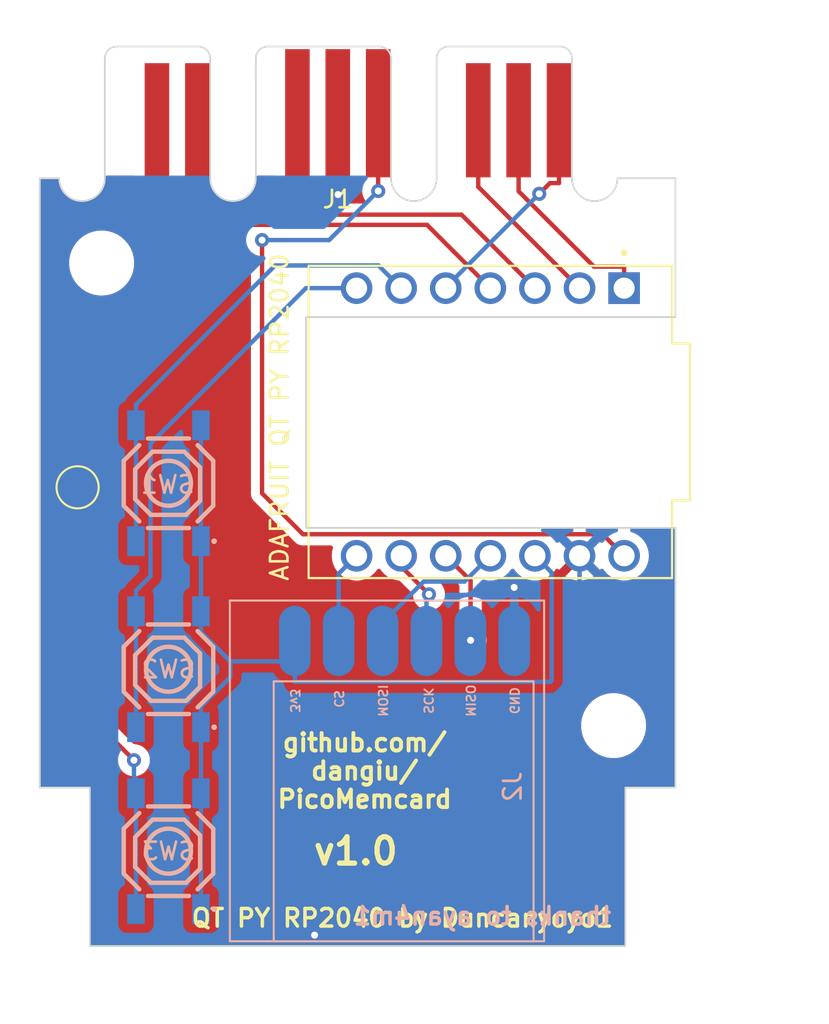
<source format=kicad_pcb>
(kicad_pcb (version 20221018) (generator pcbnew)
  (title_block (title "RP2040-Zero PicoMemcard PCB") (date "2022-09-13") (rev "1.3.1") (company "DanGiu") (comment 1 "Improved MicroSD module mount (long soldering pads)") (comment 2 "Aligned MicroSD silkscreen"))
  (layers (0 "F.Cu" signal) (31 "B.Cu" signal) (34 "B.Paste" user) (35 "F.Paste" user) (36 "B.SilkS" user "B.Silkscreen") (37 "F.SilkS" user "F.Silkscreen") (38 "B.Mask" user) (39 "F.Mask" user) (44 "Edge.Cuts" user))
  (net 0 "")
  (net 1 "DAT")
  (net 2 "CMD")
  (net 4 "GND")
  (net 5 "SEL")
  (net 6 "CLK")
  (net 7 "ACK")
  (net 8 "GP26")
  (net 9 "GP27")
  (net 10 "GP28")
  (net 11 "MISO")
  (net 12 "+5V")
  (net 13 "CS")
  (net 14 "SCK")
  (net 15 "MOSI")
  (net 16 "+3V3")
  (footprint "MountingHole:MountingHole_3.2mm_M3" (layer "F.Cu") (at 163.53 102.07)
    (fp_text reference "H2" hide)
    (fp_text value "M3")
    (pad "" np_thru_hole circle (at 0 0) (size 3.2 3.2) (drill 3.2) (layers "*.Cu" "*.Mask"))
  )
  (footprint "TestPoint:TestPoint_Pad_D2.0mm" (layer "F.Cu") (at 133 88.5)
    (fp_text reference "TP1" hide)
    (fp_text value "GP23")
    (fp_circle (center 0 0) (end 0 1.2) (stroke (width 0.12)) (fill none) (layer "F.SilkS"))
    (pad "1" smd circle (at 0 0) (size 2 2) (layers "F.Cu" "F.Mask") (net 10 "GP28"))
  )
  (footprint "MountingHole:MountingHole_3.2mm_M3" (layer "F.Cu") (at 134.37 75.73)
    (fp_text reference "H1" hide)
    (fp_text value "M3")
    (pad "" np_thru_hole circle (at 0 0) (size 3.2 3.2) (drill 3.2) (layers "*.Cu" "*.Mask"))
  )
  (footprint "254:MemoryCardConnector" (layer "F.Cu") (at 147.82 67.2)
    (fp_text reference "J1" (at 0 4.9) (layer "F.SilkS"))
    (fp_text value "PSX Memory Card Interface")
    (pad "1" smd rect (at -10.3 0.4) (size 1.4 6.5) (layers "F.Cu" "F.Paste" "F.Mask") (net 1 "DAT"))
    (pad "2" smd rect (at -8 0.4) (size 1.4 6.5) (layers "F.Cu" "F.Paste" "F.Mask") (net 2 "CMD"))
    (pad "3" smd rect (at -2.3 0) (size 1.4 7.3) (layers "F.Cu" "F.Paste" "F.Mask"))
    (pad "4" smd rect (at 0 0) (size 1.4 7.3) (layers "F.Cu" "F.Paste" "F.Mask") (net 4 "GND"))
    (pad "5" smd rect (at 2.3 0) (size 1.4 7.3) (layers "F.Cu" "F.Paste" "F.Mask") (net 12 "+5V"))
    (pad "6" smd rect (at 8 0.4) (size 1.4 6.5) (layers "F.Cu" "F.Paste" "F.Mask") (net 5 "SEL"))
    (pad "7" smd rect (at 10.3 0.4) (size 1.4 6.5) (layers "F.Cu" "F.Paste" "F.Mask") (net 6 "CLK"))
    (pad "8" smd rect (at 12.6 0.4) (size 1.4 6.5) (layers "F.Cu" "F.Paste" "F.Mask") (net 7 "ACK"))
  )
  (footprint "QTPY:MODULE_ADAFRUIT_QT_PY" (layer "F.Cu") (at 156.509 84.7792 -90)
    (fp_text reference "U2" hide)
    (fp_text value "ADAFRUIT QT PY RP2040" (at -0.2792 12.009 90) (layer "F.SilkS"))
    (fp_line (start -8.89 -10.3505) (end -8.89 10.3505) (stroke (width 0.127)) (layer "F.SilkS"))
    (fp_line (start -8.89 10.3505) (end 8.89 10.3505) (stroke (width 0.127)) (layer "F.SilkS"))
    (fp_line (start -4.47 -11.3665) (end 4.47 -11.3665) (stroke (width 0.127)) (layer "F.SilkS"))
    (fp_line (start -4.47 -10.3505) (end -8.89 -10.3505) (stroke (width 0.127)) (layer "F.SilkS"))
    (fp_line (start -4.47 -10.3505) (end -4.47 -11.3665) (stroke (width 0.127)) (layer "F.SilkS"))
    (fp_line (start 4.47 -11.3665) (end 4.47 -10.3505) (stroke (width 0.127)) (layer "F.SilkS"))
    (fp_line (start 8.89 -10.3505) (end 4.47 -10.3505) (stroke (width 0.127)) (layer "F.SilkS"))
    (fp_line (start 8.89 10.3505) (end 8.89 -10.3505) (stroke (width 0.127)) (layer "F.SilkS"))
    (fp_circle (center -9.64 -7.62) (end -9.54 -7.62) (stroke (width 0.2)) (fill none) (layer "F.SilkS"))
    (pad "1" thru_hole rect (at -7.62 -7.62 270) (size 1.8 1.8) (drill 1.2) (layers "*.Cu" "*.Mask") (net 6 "CLK"))
    (pad "2" thru_hole circle (at -7.62 -5.08 270) (size 1.8 1.8) (drill 1.2) (layers "*.Cu" "*.Mask") (net 5 "SEL"))
    (pad "3" thru_hole circle (at -7.62 -2.54 270) (size 1.8 1.8) (drill 1.2) (layers "*.Cu" "*.Mask") (net 2 "CMD"))
    (pad "4" thru_hole circle (at -7.62 0 270) (size 1.8 1.8) (drill 1.2) (layers "*.Cu" "*.Mask") (net 1 "DAT"))
    (pad "5" thru_hole circle (at -7.62 2.54 270) (size 1.8 1.8) (drill 1.2) (layers "*.Cu" "*.Mask") (net 7 "ACK"))
    (pad "6" thru_hole circle (at -7.62 5.08 270) (size 1.8 1.8) (drill 1.2) (layers "*.Cu" "*.Mask") (net 8 "GP26"))
    (pad "7" thru_hole circle (at -7.62 7.62 270) (size 1.8 1.8) (drill 1.2) (layers "*.Cu" "*.Mask") (net 9 "GP27"))
    (pad "8" thru_hole circle (at 7.62 7.62 270) (size 1.8 1.8) (drill 1.2) (layers "*.Cu" "*.Mask") (net 13 "CS"))
    (pad "9" thru_hole circle (at 7.62 5.08 270) (size 1.8 1.8) (drill 1.2) (layers "*.Cu" "*.Mask") (net 14 "SCK"))
    (pad "10" thru_hole circle (at 7.62 2.54 270) (size 1.8 1.8) (drill 1.2) (layers "*.Cu" "*.Mask") (net 11 "MISO"))
    (pad "11" thru_hole circle (at 7.62 0 270) (size 1.8 1.8) (drill 1.2) (layers "*.Cu" "*.Mask") (net 15 "MOSI"))
    (pad "12" thru_hole circle (at 7.62 -2.54 270) (size 1.8 1.8) (drill 1.2) (layers "*.Cu" "*.Mask") (net 16 "+3V3"))
    (pad "13" thru_hole circle (at 7.62 -5.08 270) (size 1.8 1.8) (drill 1.2) (layers "*.Cu" "*.Mask") (net 4 "GND"))
    (pad "14" thru_hole circle (at 7.62 -7.62 270) (size 1.8 1.8) (drill 1.2) (layers "*.Cu" "*.Mask") (net 12 "+5V"))
  )
  (footprint "easyeda2kicad:SW-SMD_4P-L5.1-W5.1-P3.70-LS6.5-TL-2" (layer "B.Cu") (at 138.176 109.22 90)
    (fp_text reference "SW3" (at 0 0) (layer "B.SilkS") (effects (justify mirror)))
    (fp_text value "TS-1187A-B-A-B" hide)
    (fp_line (start -2.55 1.17) (end -2.55 -1.17) (stroke (width 0.25)) (layer "B.SilkS"))
    (fp_line (start -2.17 -1.66) (end -1.28 -2.55) (stroke (width 0.25)) (layer "B.SilkS"))
    (fp_line (start -1.8 -1) (end -1.8 1) (stroke (width 0.25)) (layer "B.SilkS"))
    (fp_line (start -1.8 1) (end -1 1.8) (stroke (width 0.25)) (layer "B.SilkS"))
    (fp_line (start -1.28 -2.55) (end 1.28 -2.55) (stroke (width 0.25)) (layer "B.SilkS"))
    (fp_line (start -1.28 2.55) (end -2.17 1.66) (stroke (width 0.25)) (layer "B.SilkS"))
    (fp_line (start -1.28 2.55) (end 1.28 2.55) (stroke (width 0.25)) (layer "B.SilkS"))
    (fp_line (start -1 1.8) (end 0.9 1.8) (stroke (width 0.25)) (layer "B.SilkS"))
    (fp_line (start -0.9 -1.9) (end -1.8 -1) (stroke (width 0.25)) (layer "B.SilkS"))
    (fp_line (start 0.8 -1.9) (end -0.9 -1.9) (stroke (width 0.25)) (layer "B.SilkS"))
    (fp_line (start 0.9 1.8) (end 1.8 0.9) (stroke (width 0.25)) (layer "B.SilkS"))
    (fp_line (start 1.28 2.55) (end 2.17 1.66) (stroke (width 0.25)) (layer "B.SilkS"))
    (fp_line (start 1.8 -0.9) (end 0.8 -1.9) (stroke (width 0.25)) (layer "B.SilkS"))
    (fp_line (start 1.8 0.9) (end 1.8 -0.9) (stroke (width 0.25)) (layer "B.SilkS"))
    (fp_line (start 2.17 -1.66) (end 1.28 -2.55) (stroke (width 0.25)) (layer "B.SilkS"))
    (fp_line (start 2.55 1.17) (end 2.55 -1.17) (stroke (width 0.25)) (layer "B.SilkS"))
    (fp_circle (center -3.3 2.6) (end -3.2 2.6) (stroke (width 0.12)) (fill solid) (layer "B.SilkS"))
    (fp_circle (center 0 0) (end 1.28 0) (stroke (width 0.25)) (fill none) (layer "B.SilkS"))
    (pad "1" smd rect (at -3.3 1.85 90) (size 1.7 1) (layers "B.Cu" "B.Paste" "B.Mask") (net 16 "+3V3"))
    (pad "2" smd rect (at 3.3 1.85 90) (size 1.7 1) (layers "B.Cu" "B.Paste" "B.Mask") (net 16 "+3V3"))
    (pad "3" smd rect (at -3.3 -1.85 90) (size 1.7 1) (layers "B.Cu" "B.Paste" "B.Mask") (net 10 "GP28"))
    (pad "4" smd rect (at 3.3 -1.85 90) (size 1.7 1) (layers "B.Cu" "B.Paste" "B.Mask") (net 10 "GP28"))
  )
  (footprint "easyeda2kicad:SW-SMD_4P-L5.1-W5.1-P3.70-LS6.5-TL-2" (layer "B.Cu") (at 138.176 88.27 90)
    (fp_text reference "SW1" (at -0.08 -0.04) (layer "B.SilkS") (effects (justify mirror)))
    (fp_text value "TS-1187A-B-A-B" hide)
    (fp_line (start -2.55 1.17) (end -2.55 -1.17) (stroke (width 0.25)) (layer "B.SilkS"))
    (fp_line (start -2.17 -1.66) (end -1.28 -2.55) (stroke (width 0.25)) (layer "B.SilkS"))
    (fp_line (start -1.8 -1) (end -1.8 1) (stroke (width 0.25)) (layer "B.SilkS"))
    (fp_line (start -1.8 1) (end -1 1.8) (stroke (width 0.25)) (layer "B.SilkS"))
    (fp_line (start -1.28 -2.55) (end 1.28 -2.55) (stroke (width 0.25)) (layer "B.SilkS"))
    (fp_line (start -1.28 2.55) (end -2.17 1.66) (stroke (width 0.25)) (layer "B.SilkS"))
    (fp_line (start -1.28 2.55) (end 1.28 2.55) (stroke (width 0.25)) (layer "B.SilkS"))
    (fp_line (start -1 1.8) (end 0.9 1.8) (stroke (width 0.25)) (layer "B.SilkS"))
    (fp_line (start -0.9 -1.9) (end -1.8 -1) (stroke (width 0.25)) (layer "B.SilkS"))
    (fp_line (start 0.8 -1.9) (end -0.9 -1.9) (stroke (width 0.25)) (layer "B.SilkS"))
    (fp_line (start 0.9 1.8) (end 1.8 0.9) (stroke (width 0.25)) (layer "B.SilkS"))
    (fp_line (start 1.28 2.55) (end 2.17 1.66) (stroke (width 0.25)) (layer "B.SilkS"))
    (fp_line (start 1.8 -0.9) (end 0.8 -1.9) (stroke (width 0.25)) (layer "B.SilkS"))
    (fp_line (start 1.8 0.9) (end 1.8 -0.9) (stroke (width 0.25)) (layer "B.SilkS"))
    (fp_line (start 2.17 -1.66) (end 1.28 -2.55) (stroke (width 0.25)) (layer "B.SilkS"))
    (fp_line (start 2.55 1.17) (end 2.55 -1.17) (stroke (width 0.25)) (layer "B.SilkS"))
    (fp_circle (center -3.3 2.6) (end -3.2 2.6) (stroke (width 0.12)) (fill solid) (layer "B.SilkS"))
    (fp_circle (center 0 0) (end 1.28 0) (stroke (width 0.25)) (fill none) (layer "B.SilkS"))
    (pad "1" smd rect (at -3.3 1.85 90) (size 1.7 1) (layers "B.Cu" "B.Paste" "B.Mask") (net 16 "+3V3"))
    (pad "2" smd rect (at 3.3 1.85 90) (size 1.7 1) (layers "B.Cu" "B.Paste" "B.Mask") (net 16 "+3V3"))
    (pad "3" smd rect (at -3.3 -1.85 90) (size 1.7 1) (layers "B.Cu" "B.Paste" "B.Mask") (net 8 "GP26"))
    (pad "4" smd rect (at 3.3 -1.85 90) (size 1.7 1) (layers "B.Cu" "B.Paste" "B.Mask") (net 8 "GP26"))
  )
  (footprint "easyeda2kicad:SW-SMD_4P-L5.1-W5.1-P3.70-LS6.5-TL-2" (layer "B.Cu") (at 138.176 98.86 90)
    (fp_text reference "SW2" (at 0 0) (layer "B.SilkS") (effects (justify mirror)))
    (fp_text value "TS-1187A-B-A-B" hide)
    (fp_line (start -2.55 1.17) (end -2.55 -1.17) (stroke (width 0.25)) (layer "B.SilkS"))
    (fp_line (start -2.17 -1.66) (end -1.28 -2.55) (stroke (width 0.25)) (layer "B.SilkS"))
    (fp_line (start -1.8 -1) (end -1.8 1) (stroke (width 0.25)) (layer "B.SilkS"))
    (fp_line (start -1.8 1) (end -1 1.8) (stroke (width 0.25)) (layer "B.SilkS"))
    (fp_line (start -1.28 -2.55) (end 1.28 -2.55) (stroke (width 0.25)) (layer "B.SilkS"))
    (fp_line (start -1.28 2.55) (end -2.17 1.66) (stroke (width 0.25)) (layer "B.SilkS"))
    (fp_line (start -1.28 2.55) (end 1.28 2.55) (stroke (width 0.25)) (layer "B.SilkS"))
    (fp_line (start -1 1.8) (end 0.9 1.8) (stroke (width 0.25)) (layer "B.SilkS"))
    (fp_line (start -0.9 -1.9) (end -1.8 -1) (stroke (width 0.25)) (layer "B.SilkS"))
    (fp_line (start 0.8 -1.9) (end -0.9 -1.9) (stroke (width 0.25)) (layer "B.SilkS"))
    (fp_line (start 0.9 1.8) (end 1.8 0.9) (stroke (width 0.25)) (layer "B.SilkS"))
    (fp_line (start 1.28 2.55) (end 2.17 1.66) (stroke (width 0.25)) (layer "B.SilkS"))
    (fp_line (start 1.8 -0.9) (end 0.8 -1.9) (stroke (width 0.25)) (layer "B.SilkS"))
    (fp_line (start 1.8 0.9) (end 1.8 -0.9) (stroke (width 0.25)) (layer "B.SilkS"))
    (fp_line (start 2.17 -1.66) (end 1.28 -2.55) (stroke (width 0.25)) (layer "B.SilkS"))
    (fp_line (start 2.55 1.17) (end 2.55 -1.17) (stroke (width 0.25)) (layer "B.SilkS"))
    (fp_circle (center -3.3 2.6) (end -3.2 2.6) (stroke (width 0.12)) (fill solid) (layer "B.SilkS"))
    (fp_circle (center 0 0) (end 1.28 0) (stroke (width 0.25)) (fill none) (layer "B.SilkS"))
    (pad "1" smd rect (at -3.3 1.85 90) (size 1.7 1) (layers "B.Cu" "B.Paste" "B.Mask") (net 16 "+3V3"))
    (pad "2" smd rect (at 3.3 1.85 90) (size 1.7 1) (layers "B.Cu" "B.Paste" "B.Mask") (net 16 "+3V3"))
    (pad "3" smd rect (at -3.3 -1.85 90) (size 1.7 1) (layers "B.Cu" "B.Paste" "B.Mask") (net 9 "GP27"))
    (pad "4" smd rect (at 3.3 -1.85 90) (size 1.7 1) (layers "B.Cu" "B.Paste" "B.Mask") (net 9 "GP27"))
  )
  (footprint "254:MicroSD_SPI_small" (layer "B.Cu") (at 151.672 98.448 90)
    (fp_text reference "J2" (at -7.1 6.1 90) (layer "B.SilkS") (effects (justify mirror)))
    (fp_text value "MicroSD SPI" hide)
    (fp_text user "SCK" (at -2.2 1.3 270 unlocked) (layer "B.SilkS") (effects (font (size 0.5 0.5) (thickness 0.1)) (justify mirror)))
    (fp_text user "MISO" (at -2.2 3.7 270 unlocked) (layer "B.SilkS") (effects (font (size 0.5 0.5) (thickness 0.1)) (justify mirror)))
    (fp_text user "CS" (at -2.1 -3.8 270 unlocked) (layer "B.SilkS") (effects (font (size 0.5 0.5) (thickness 0.1)) (justify mirror)))
    (fp_text user "MOSI" (at -2.2 -1.3 270 unlocked) (layer "B.SilkS") (effects (font (size 0.5 0.5) (thickness 0.1)) (justify mirror)))
    (fp_text user "GND" (at -2.2 6.2 270 unlocked) (layer "B.SilkS") (effects (font (size 0.5 0.5) (thickness 0.1)) (justify mirror)))
    (fp_text user "3v3" (at -2.2 -6.3 270 unlocked) (layer "B.SilkS") (effects (font (size 0.5 0.5) (thickness 0.1)) (justify mirror)))
    (fp_line (start -15.9 7.9) (end -15.9 -10) (stroke (width 0.12)) (layer "B.SilkS"))
    (fp_line (start -15.9 7.9) (end 3.5 7.9) (stroke (width 0.12)) (layer "B.SilkS"))
    (fp_line (start 3.5 -10) (end -15.9 -10) (stroke (width 0.12)) (layer "B.SilkS"))
    (fp_line (start 3.5 -10) (end 3.5 7.9) (stroke (width 0.12)) (layer "B.SilkS"))
    (fp_rect (start -15.9 7.3) (end -1.1 -7.5) (stroke (width 0.12)) (fill none) (layer "B.SilkS"))
    (pad "1" smd oval (at 1.2 -6.3 90) (size 4 1.8) (layers "B.Cu" "B.Paste" "B.Mask") (net 16 "+3V3"))
    (pad "2" smd oval (at 1.2 -3.8 90) (size 4 1.8) (layers "B.Cu" "B.Paste" "B.Mask") (net 13 "CS"))
    (pad "3" smd oval (at 1.2 -1.3 90) (size 4 1.8) (layers "B.Cu" "B.Paste" "B.Mask") (net 15 "MOSI"))
    (pad "4" smd oval (at 1.2 1.2 90) (size 4 1.8) (layers "B.Cu" "B.Paste" "B.Mask") (net 14 "SCK"))
    (pad "5" smd oval (at 1.2 3.7 90) (size 4 1.8) (layers "B.Cu" "B.Paste" "B.Mask") (net 11 "MISO"))
    (pad "6" smd oval (at 1.2 6.2 90) (size 4 1.8) (layers "B.Cu" "B.Paste" "B.Mask") (net 4 "GND"))
  )
  (gr_arc (start 139.850725 63.399987) (mid 140.351367 63.599673) (end 140.550318 64.100622) (stroke (width 0.1)) (layer "Edge.Cuts"))
  (gr_line (start 130.85 70.9) (end 131.95 70.9) (stroke (width 0.1)) (layer "Edge.Cuts"))
  (gr_arc (start 150.150725 63.399987) (mid 150.653777 63.597295) (end 150.850318 64.100622) (stroke (width 0.1)) (layer "Edge.Cuts"))
  (gr_arc (start 143.150318 70.900622) (mid 141.850318 72.200622) (end 140.550318 70.900622) (stroke (width 0.1)) (layer "Edge.Cuts"))
  (gr_line (start 167.05 70.899784) (end 167.05 78.81) (stroke (width 0.1)) (layer "Edge.Cuts"))
  (gr_line (start 140.550318 64.100622) (end 140.550318 70.900622) (stroke (width 0.1)) (layer "Edge.Cuts"))
  (gr_arc (start 153.450318 70.900622) (mid 152.150318 72.200622) (end 150.850318 70.900622) (stroke (width 0.1)) (layer "Edge.Cuts"))
  (gr_line (start 150.850318 64.100622) (end 150.850318 70.900622) (stroke (width 0.1)) (layer "Edge.Cuts"))
  (gr_arc (start 163.750318 70.899784) (mid 162.450719 72.200218) (end 161.150318 70.900622) (stroke (width 0.1)) (layer "Edge.Cuts"))
  (gr_line (start 133.7 105.6) (end 133.7 114.62) (stroke (width 0.1)) (layer "Edge.Cuts"))
  (gr_arc (start 134.550318 70.899553) (mid 133.250424 72.200118) (end 131.95 70.9) (stroke (width 0.1)) (layer "Edge.Cuts"))
  (gr_line (start 167.05 90.81) (end 146.01 90.81) (stroke (width 0.1)) (layer "Edge.Cuts"))
  (gr_line (start 134.550318 70.899553) (end 134.550318 64.100216) (stroke (width 0.1)) (layer "Edge.Cuts"))
  (gr_line (start 167.05 78.81) (end 146.01 78.81) (stroke (width 0.1)) (layer "Edge.Cuts"))
  (gr_line (start 163.750318 70.899784) (end 167.05 70.899784) (stroke (width 0.1)) (layer "Edge.Cuts"))
  (gr_line (start 161.150318 64.100622) (end 161.150318 70.900622) (stroke (width 0.1)) (layer "Edge.Cuts"))
  (gr_arc (start 153.449683 64.100216) (mid 153.647012 63.597203) (end 154.150318 63.400622) (stroke (width 0.1)) (layer "Edge.Cuts"))
  (gr_line (start 143.150318 70.900622) (end 143.149683 64.100216) (stroke (width 0.1)) (layer "Edge.Cuts"))
  (gr_line (start 146.01 90.81) (end 146.01 78.81) (stroke (width 0.1)) (layer "Edge.Cuts"))
  (gr_arc (start 143.149683 64.100216) (mid 143.349354 63.599545) (end 143.850318 63.400622) (stroke (width 0.1)) (layer "Edge.Cuts"))
  (gr_arc (start 134.550318 64.100216) (mid 134.749579 63.599595) (end 135.250318 63.400622) (stroke (width 0.1)) (layer "Edge.Cuts"))
  (gr_line (start 167.05 105.6) (end 164.2 105.6) (stroke (width 0.1)) (layer "Edge.Cuts"))
  (gr_line (start 135.250318 63.400622) (end 139.850725 63.399987) (stroke (width 0.1)) (layer "Edge.Cuts"))
  (gr_line (start 154.150318 63.400622) (end 160.450725 63.399987) (stroke (width 0.1)) (layer "Edge.Cuts"))
  (gr_line (start 164.2 114.62) (end 164.2 105.6) (stroke (width 0.1)) (layer "Edge.Cuts"))
  (gr_line (start 167.05 105.6) (end 167.05 90.81) (stroke (width 0.1)) (layer "Edge.Cuts"))
  (gr_line (start 130.85 105.6) (end 130.85 70.9) (stroke (width 0.1)) (layer "Edge.Cuts"))
  (gr_arc (start 160.450725 63.399987) (mid 160.953777 63.597295) (end 161.150318 64.100622) (stroke (width 0.1)) (layer "Edge.Cuts"))
  (gr_line (start 130.85 105.6) (end 133.7 105.6) (stroke (width 0.1)) (layer "Edge.Cuts"))
  (gr_line (start 153.450318 70.900622) (end 153.449683 64.100216) (stroke (width 0.1)) (layer "Edge.Cuts"))
  (gr_line (start 143.850318 63.400622) (end 150.150725 63.399987) (stroke (width 0.1)) (layer "Edge.Cuts"))
  (gr_line (start 164.2 114.62) (end 133.7 114.62) (stroke (width 0.1)) (layer "Edge.Cuts"))
  (gr_text "thanks to ayan4m1" (at 163.5 113.5) (layer "B.SilkS") (effects (font (size 1 1) (thickness 0.2)) (justify left bottom mirror)))
  (gr_text "github.com/\ndangiu/\nPicoMemcard" (at 149.352 104.648) (layer "F.SilkS") (effects (font (size 1 1) (thickness 0.22))))
  (gr_text "v1.0" (at 148.844 109.22) (layer "F.SilkS") (effects (font (size 1.5 1.5) (thickness 0.3))))
  (gr_text "QT PY RP2040 by Duncanyoyo1" (at 151.5 113.03) (layer "F.SilkS") (effects (font (size 1 1) (thickness 0.2))))
  (segment (start 137.52 67.6) (end 137.52 71.1769) (width 0.25) (layer "F.Cu") (net 1))
  (segment (start 139.898 73.5546) (end 152.904 73.5546) (width 0.25) (layer "F.Cu") (net 1))
  (segment (start 137.52 71.1769) (end 139.898 73.5546) (width 0.25) (layer "F.Cu") (net 1))
  (segment (start 152.904 73.5546) (end 156.509 77.1592) (width 0.25) (layer "F.Cu") (net 1))
  (segment (start 139.82 71.2177) (end 141.577 72.9746) (width 0.25) (layer "F.Cu") (net 2))
  (segment (start 139.82 67.6) (end 139.82 71.2177) (width 0.25) (layer "F.Cu") (net 2))
  (segment (start 141.577 72.9746) (end 154.864 72.9746) (width 0.25) (layer "F.Cu") (net 2))
  (segment (start 154.864 72.9746) (end 159.049 77.1592) (width 0.25) (layer "F.Cu") (net 2))
  (segment (start 147.82 70.9609) (end 147.82 67.2) (width 0.25) (layer "F.Cu") (net 4))
  (segment (start 157.864 102.636) (end 146.5 114) (width 0.25) (layer "F.Cu") (net 4))
  (segment (start 157.864 94.2008) (end 157.864 102.636) (width 0.25) (layer "F.Cu") (net 4))
  (via (at 157.864 94.2008) (size 0.8) (drill 0.4) (layers "F.Cu" "B.Cu") (net 4))
  (via (at 146.5 114) (size 0.8) (drill 0.4) (layers "F.Cu" "B.Cu") (net 4))
  (via (at 147.83 71.8304) (size 0.8) (drill 0.4) (layers "F.Cu" "B.Cu") (net 4))
  (segment (start 157.872 97.248) (end 157.872 94.2088) (width 0.25) (layer "B.Cu") (net 4))
  (segment (start 134.5 80.5) (end 134.5 114) (width 0.25) (layer "B.Cu") (net 4))
  (segment (start 143.17 71.8304) (end 134.5 80.5) (width 0.25) (layer "B.Cu") (net 4))
  (segment (start 161.589 98.911) (end 161.589 92.3992) (width 0.25) (layer "B.Cu") (net 4))
  (segment (start 157.872 94.2088) (end 157.864 94.2008) (width 0.25) (layer "B.Cu") (net 4))
  (segment (start 134.5 114) (end 146.5 114) (width 0.25) (layer "B.Cu") (net 4))
  (segment (start 146.5 114) (end 161.589 98.911) (width 0.25) (layer "B.Cu") (net 4))
  (segment (start 147.83 71.8304) (end 143.17 71.8304) (width 0.25) (layer "B.Cu") (net 4))
  (segment (start 161.589 77.1592) (end 155.82 71.3902) (width 0.25) (layer "F.Cu") (net 5))
  (segment (start 155.82 71.3902) (end 155.82 67.6) (width 0.25) (layer "F.Cu") (net 5))
  (segment (start 164.129 75.9323) (end 164.129 77.1592) (width 0.25) (layer "F.Cu") (net 6))
  (segment (start 162.409 75.9323) (end 164.129 75.9323) (width 0.25) (layer "F.Cu") (net 6))
  (segment (start 158.12 67.6) (end 158.12 71.6431) (width 0.25) (layer "F.Cu") (net 6))
  (segment (start 158.12 71.6431) (end 162.409 75.9323) (width 0.25) (layer "F.Cu") (net 6))
  (segment (start 159.904 71.1769) (end 159.293 71.7879) (width 0.25) (layer "F.Cu") (net 7))
  (segment (start 160.42 67.6) (end 160.42 71.1769) (width 0.25) (layer "F.Cu") (net 7))
  (segment (start 160.42 71.1769) (end 159.904 71.1769) (width 0.25) (layer "F.Cu") (net 7))
  (via (at 159.293 71.7879) (size 0.8) (drill 0.4) (layers "F.Cu" "B.Cu") (net 7))
  (segment (start 153.969 77.1592) (end 153.969 77.1116) (width 0.25) (layer "B.Cu") (net 7))
  (segment (start 153.969 77.1116) (end 159.293 71.7879) (width 0.25) (layer "B.Cu") (net 7))
  (segment (start 136.326 84.97) (end 136.326 83.7931) (width 0.25) (layer "B.Cu") (net 8))
  (segment (start 144.251 75.8677) (end 150.138 75.8677) (width 0.25) (layer "B.Cu") (net 8))
  (segment (start 150.138 75.8677) (end 151.429 77.1592) (width 0.25) (layer "B.Cu") (net 8))
  (segment (start 136.326 91.57) (end 136.326 84.97) (width 0.25) (layer "B.Cu") (net 8))
  (segment (start 136.326 83.7931) (end 144.251 75.8677) (width 0.25) (layer "B.Cu") (net 8))
  (segment (start 136.326 95.56) (end 136.326 94.3831) (width 0.25) (layer "B.Cu") (net 9))
  (segment (start 136.326 102.16) (end 136.326 95.56) (width 0.25) (layer "B.Cu") (net 9))
  (segment (start 136.326 94.3831) (end 137.153 93.5562) (width 0.25) (layer "B.Cu") (net 9))
  (segment (start 137.153 93.5562) (end 137.153 86.0102) (width 0.25) (layer "B.Cu") (net 9))
  (segment (start 146.004 77.1592) (end 148.889 77.1592) (width 0.25) (layer "B.Cu") (net 9))
  (segment (start 137.153 86.0102) (end 146.004 77.1592) (width 0.25) (layer "B.Cu") (net 9))
  (segment (start 136.21 104.04) (end 133 100.83) (width 0.25) (layer "F.Cu") (net 10))
  (segment (start 133 100.83) (end 133 88.5) (width 0.25) (layer "F.Cu") (net 10))
  (via (at 136.21 104.04) (size 0.8) (drill 0.4) (layers "F.Cu" "B.Cu") (net 10))
  (segment (start 136.326 105.265) (end 136.326 105.92) (width 0.254) (layer "B.Cu") (net 10))
  (segment (start 136.326 105.084) (end 136.326 105.265) (width 0.254) (layer "B.Cu") (net 10))
  (segment (start 136.326 105.92) (end 136.326 112.52) (width 0.25) (layer "B.Cu") (net 10))
  (segment (start 136.21 105.149) (end 136.21 104.04) (width 0.25) (layer "B.Cu") (net 10))
  (segment (start 136.326 105.265) (end 136.21 105.149) (width 0.25) (layer "B.Cu") (net 10))
  (segment (start 155.383 93.8129) (end 153.969 92.3992) (width 0.25) (layer "F.Cu") (net 11))
  (segment (start 155.383 97.2117) (end 155.383 93.8129) (width 0.25) (layer "F.Cu") (net 11))
  (via (at 155.383 97.2117) (size 0.8) (drill 0.4) (layers "F.Cu" "B.Cu") (net 11))
  (segment (start 155.383 97.2117) (end 155.372 97.2227) (width 0.25) (layer "B.Cu") (net 11))
  (segment (start 155.372 97.2227) (end 155.372 97.248) (width 0.25) (layer "B.Cu") (net 11))
  (segment (start 145.835 91.1723) (end 143.506 88.843) (width 0.25) (layer "F.Cu") (net 12))
  (segment (start 150.124 71.6276) (end 150.12 71.6235) (width 0.25) (layer "F.Cu") (net 12))
  (segment (start 162.902 91.1723) (end 145.835 91.1723) (width 0.25) (layer "F.Cu") (net 12))
  (segment (start 150.12 71.6235) (end 150.12 67.2) (width 0.25) (layer "F.Cu") (net 12))
  (segment (start 164.129 92.3992) (end 162.902 91.1723) (width 0.25) (layer "F.Cu") (net 12))
  (segment (start 143.506 88.843) (end 143.506 74.4228) (width 0.25) (layer "F.Cu") (net 12))
  (via (at 143.506 74.4228) (size 0.8) (drill 0.4) (layers "F.Cu" "B.Cu") (net 12))
  (via (at 150.124 71.6276) (size 0.8) (drill 0.4) (layers "F.Cu" "B.Cu") (net 12))
  (segment (start 147.329 74.4228) (end 150.124 71.6276) (width 0.25) (layer "B.Cu") (net 12))
  (segment (start 143.506 74.4228) (end 147.329 74.4228) (width 0.25) (layer "B.Cu") (net 12))
  (segment (start 147.872 97.248) (end 147.872 93.4162) (width 0.25) (layer "B.Cu") (net 13))
  (segment (start 147.872 93.4162) (end 148.889 92.3992) (width 0.25) (layer "B.Cu") (net 13))
  (segment (start 151.429 93.0092) (end 151.429 92.3992) (width 0.25) (layer "F.Cu") (net 14))
  (segment (start 153.014 94.5938) (end 151.429 93.0092) (width 0.25) (layer "F.Cu") (net 14))
  (via (at 153.014 94.5938) (size 0.8) (drill 0.4) (layers "F.Cu" "B.Cu") (net 14))
  (segment (start 152.872 97.248) (end 152.872 94.9211) (width 0.25) (layer "B.Cu") (net 14))
  (segment (start 152.872 94.9211) (end 153.014 94.7795) (width 0.25) (layer "B.Cu") (net 14))
  (segment (start 153.014 94.7795) (end 153.014 94.5938) (width 0.25) (layer "B.Cu") (net 14))
  (segment (start 150.372 96.2075) (end 150.372 96.794) (width 0.25) (layer "B.Cu") (net 15))
  (segment (start 150.372 96.794) (end 150.372 97.248) (width 0.254) (layer "B.Cu") (net 15))
  (segment (start 152.713 93.8669) (end 150.372 96.2075) (width 0.25) (layer "B.Cu") (net 15))
  (segment (start 155.041 93.8669) (end 152.713 93.8669) (width 0.25) (layer "B.Cu") (net 15))
  (segment (start 156.509 92.3992) (end 155.041 93.8669) (width 0.25) (layer "B.Cu") (net 15))
  (segment (start 160 93.3502) (end 159.049 92.3992) (width 0.25) (layer "B.Cu") (net 16))
  (segment (start 140.026 100.983) (end 140.026 102.16) (width 0.25) (layer "B.Cu") (net 16))
  (segment (start 160 99.5) (end 160 93.3502) (width 0.25) (layer "B.Cu") (net 16))
  (segment (start 140.026 96.7369) (end 140.026 95.56) (width 0.25) (layer "B.Cu") (net 16))
  (segment (start 141.7 98.4114) (end 141.7 99.3086) (width 0.25) (layer "B.Cu") (net 16))
  (segment (start 140.026 84.97) (end 140.026 91.57) (width 0.25) (layer "B.Cu") (net 16))
  (segment (start 141.7 99.3086) (end 140.026 100.983) (width 0.25) (layer "B.Cu") (net 16))
  (segment (start 140.026 105.92) (end 140.026 112.52) (width 0.25) (layer "B.Cu") (net 16))
  (segment (start 145.372 98.4114) (end 141.7 98.4114) (width 0.25) (layer "B.Cu") (net 16))
  (segment (start 140.026 95.56) (end 140.026 91.57) (width 0.25) (layer "B.Cu") (net 16))
  (segment (start 159.925 99.5749) (end 160 99.5) (width 0.25) (layer "B.Cu") (net 16))
  (segment (start 141.7 98.4114) (end 140.026 96.7369) (width 0.25) (layer "B.Cu") (net 16))
  (segment (start 145.372 99.5749) (end 159.925 99.5749) (width 0.25) (layer "B.Cu") (net 16))
  (segment (start 140.026 102.16) (end 140.026 105.92) (width 0.25) (layer "B.Cu") (net 16))
  (segment (start 145.372 98.4114) (end 145.372 99.5749) (width 0.25) (layer "B.Cu") (net 16))
  (segment (start 145.372 97.248) (end 145.372 98.4114) (width 0.25) (layer "B.Cu") (net 16))
  (zone (net 4) (net_name "GND") (layers "F&B.Cu") (connect_pads (clearance 0.508)) (min_thickness 0.254) (fill yes (thermal_gap 0.508) (thermal_bridge_width 0.508))
    (polygon (pts (xy 175.8 119.09) (xy 128.58 119.09) (xy 128.58 70.75) (xy 175.8 70.75)))
  )
)
</source>
